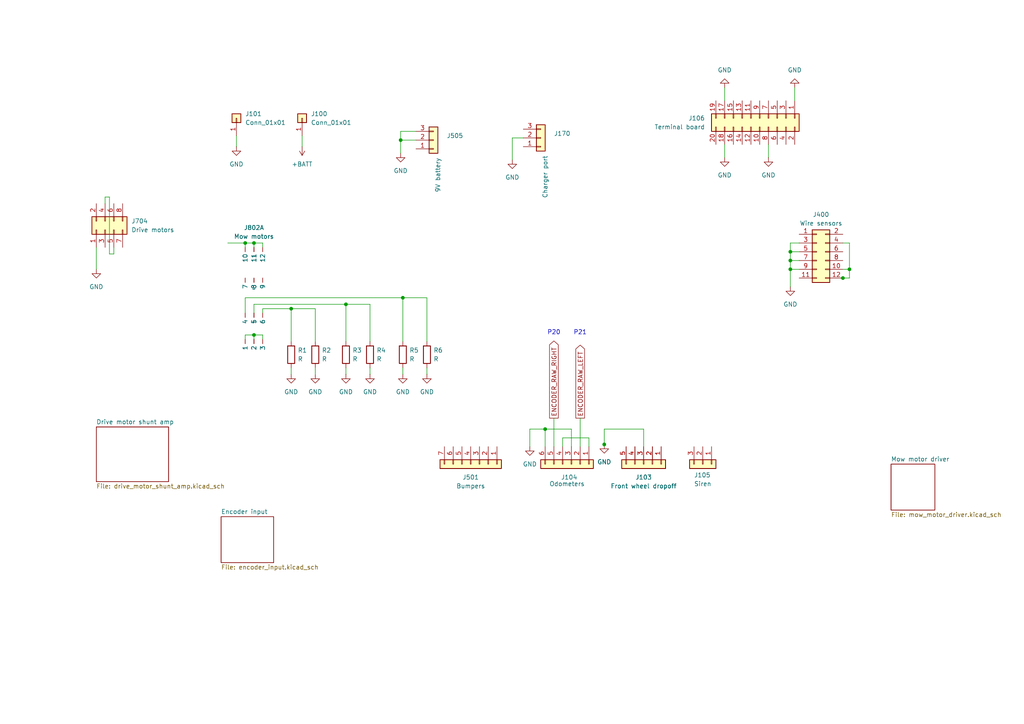
<source format=kicad_sch>
(kicad_sch (version 20231120) (generator "eeschema") (generator_version "8.0")
  (paper "A4")
  (lib_symbols
    (symbol "Connector_Generic:Conn_01x01" (pin_names (offset 1.016) hide)
      (property "Reference" "J" (at 0 2.54 0))
      (property "Value" "Conn_01x01" (at 0 -2.54 0))
      (symbol "Conn_01x01_1_1"
        (rectangle (start -1.27 0.127) (end 0 -0.127) (stroke (width 0.1524)))
        (rectangle (start -1.27 1.27) (end 1.27 -1.27) (stroke (width 0.254)) (fill (type background)))
        (pin passive line (at -5.08 0 0) (length 3.81) (name "Pin_1") (number "1"))
      )
    )
    (symbol "Connector_Generic:Conn_01x03" (pin_names (offset 1.016) hide)
      (property "Reference" "J" (at 0 5.08 0))
      (property "Value" "Conn_01x03" (at 0 -5.08 0))
      (symbol "Conn_01x03_1_1"
        (rectangle (start -1.27 -2.413) (end 0 -2.667) (stroke (width 0.1524)))
        (rectangle (start -1.27 0.127) (end 0 -0.127) (stroke (width 0.1524)))
        (rectangle (start -1.27 2.667) (end 0 2.413) (stroke (width 0.1524)))
        (rectangle (start -1.27 3.81) (end 1.27 -3.81) (stroke (width 0.254)) (fill (type background)))
        (pin passive line (at -5.08 2.54 0) (length 3.81) (name "Pin_1") (number "1"))
        (pin passive line (at -5.08 0 0) (length 3.81) (name "Pin_2") (number "2"))
        (pin passive line (at -5.08 -2.54 0) (length 3.81) (name "Pin_3") (number "3"))
      )
    )
    (symbol "Connector_Generic:Conn_01x05" (pin_names (offset 1.016) hide)
      (property "Reference" "J" (at 0 7.62 0))
      (property "Value" "Conn_01x05" (at 0 -7.62 0))
      (symbol "Conn_01x05_1_1"
        (rectangle (start -1.27 -4.953) (end 0 -5.207) (stroke (width 0.1524)))
        (rectangle (start -1.27 -2.413) (end 0 -2.667) (stroke (width 0.1524)))
        (rectangle (start -1.27 0.127) (end 0 -0.127) (stroke (width 0.1524)))
        (rectangle (start -1.27 2.667) (end 0 2.413) (stroke (width 0.1524)))
        (rectangle (start -1.27 5.207) (end 0 4.953) (stroke (width 0.1524)))
        (rectangle (start -1.27 6.35) (end 1.27 -6.35) (stroke (width 0.254)) (fill (type background)))
        (pin passive line (at -5.08 5.08 0) (length 3.81) (name "Pin_1") (number "1"))
        (pin passive line (at -5.08 2.54 0) (length 3.81) (name "Pin_2") (number "2"))
        (pin passive line (at -5.08 0 0) (length 3.81) (name "Pin_3") (number "3"))
        (pin passive line (at -5.08 -2.54 0) (length 3.81) (name "Pin_4") (number "4"))
        (pin passive line (at -5.08 -5.08 0) (length 3.81) (name "Pin_5") (number "5"))
      )
    )
    (symbol "Connector_Generic:Conn_01x06" (pin_names (offset 1.016) hide)
      (property "Reference" "J" (at 0 7.62 0))
      (property "Value" "Conn_01x06" (at 0 -10.16 0))
      (symbol "Conn_01x06_1_1"
        (rectangle (start -1.27 -7.493) (end 0 -7.747) (stroke (width 0.1524)))
        (rectangle (start -1.27 -4.953) (end 0 -5.207) (stroke (width 0.1524)))
        (rectangle (start -1.27 -2.413) (end 0 -2.667) (stroke (width 0.1524)))
        (rectangle (start -1.27 0.127) (end 0 -0.127) (stroke (width 0.1524)))
        (rectangle (start -1.27 2.667) (end 0 2.413) (stroke (width 0.1524)))
        (rectangle (start -1.27 5.207) (end 0 4.953) (stroke (width 0.1524)))
        (rectangle (start -1.27 6.35) (end 1.27 -8.89) (stroke (width 0.254)) (fill (type background)))
        (pin passive line (at -5.08 5.08 0) (length 3.81) (name "Pin_1") (number "1"))
        (pin passive line (at -5.08 2.54 0) (length 3.81) (name "Pin_2") (number "2"))
        (pin passive line (at -5.08 0 0) (length 3.81) (name "Pin_3") (number "3"))
        (pin passive line (at -5.08 -2.54 0) (length 3.81) (name "Pin_4") (number "4"))
        (pin passive line (at -5.08 -5.08 0) (length 3.81) (name "Pin_5") (number "5"))
        (pin passive line (at -5.08 -7.62 0) (length 3.81) (name "Pin_6") (number "6"))
      )
    )
    (symbol "Connector_Generic:Conn_01x07" (pin_names (offset 1.016) hide)
      (property "Reference" "J" (at 0 10.16 0))
      (property "Value" "Conn_01x07" (at 0 -10.16 0))
      (symbol "Conn_01x07_1_1"
        (rectangle (start -1.27 -7.493) (end 0 -7.747) (stroke (width 0.1524)))
        (rectangle (start -1.27 -4.953) (end 0 -5.207) (stroke (width 0.1524)))
        (rectangle (start -1.27 -2.413) (end 0 -2.667) (stroke (width 0.1524)))
        (rectangle (start -1.27 0.127) (end 0 -0.127) (stroke (width 0.1524)))
        (rectangle (start -1.27 2.667) (end 0 2.413) (stroke (width 0.1524)))
        (rectangle (start -1.27 5.207) (end 0 4.953) (stroke (width 0.1524)))
        (rectangle (start -1.27 7.747) (end 0 7.493) (stroke (width 0.1524)))
        (rectangle (start -1.27 8.89) (end 1.27 -8.89) (stroke (width 0.254)) (fill (type background)))
        (pin passive line (at -5.08 7.62 0) (length 3.81) (name "Pin_1") (number "1"))
        (pin passive line (at -5.08 5.08 0) (length 3.81) (name "Pin_2") (number "2"))
        (pin passive line (at -5.08 2.54 0) (length 3.81) (name "Pin_3") (number "3"))
        (pin passive line (at -5.08 0 0) (length 3.81) (name "Pin_4") (number "4"))
        (pin passive line (at -5.08 -2.54 0) (length 3.81) (name "Pin_5") (number "5"))
        (pin passive line (at -5.08 -5.08 0) (length 3.81) (name "Pin_6") (number "6"))
        (pin passive line (at -5.08 -7.62 0) (length 3.81) (name "Pin_7") (number "7"))
      )
    )
    (symbol "Connector_Generic:Conn_02x04_Odd_Even" (pin_names (offset 1.016) hide)
      (property "Reference" "J" (at 1.27 5.08 0))
      (property "Value" "Conn_02x04_Odd_Even" (at 1.27 -7.62 0))
      (symbol "Conn_02x04_Odd_Even_1_1"
        (rectangle (start -1.27 -4.953) (end 0 -5.207) (stroke (width 0.1524)))
        (rectangle (start -1.27 -2.413) (end 0 -2.667) (stroke (width 0.1524)))
        (rectangle (start -1.27 0.127) (end 0 -0.127) (stroke (width 0.1524)))
        (rectangle (start -1.27 2.667) (end 0 2.413) (stroke (width 0.1524)))
        (rectangle (start -1.27 3.81) (end 3.81 -6.35) (stroke (width 0.254)) (fill (type background)))
        (rectangle (start 3.81 -4.953) (end 2.54 -5.207) (stroke (width 0.1524)))
        (rectangle (start 3.81 -2.413) (end 2.54 -2.667) (stroke (width 0.1524)))
        (rectangle (start 3.81 0.127) (end 2.54 -0.127) (stroke (width 0.1524)))
        (rectangle (start 3.81 2.667) (end 2.54 2.413) (stroke (width 0.1524)))
        (pin passive line (at -5.08 2.54 0) (length 3.81) (name "Pin_1") (number "1"))
        (pin passive line (at 7.62 2.54 180) (length 3.81) (name "Pin_2") (number "2"))
        (pin passive line (at -5.08 0 0) (length 3.81) (name "Pin_3") (number "3"))
        (pin passive line (at 7.62 0 180) (length 3.81) (name "Pin_4") (number "4"))
        (pin passive line (at -5.08 -2.54 0) (length 3.81) (name "Pin_5") (number "5"))
        (pin passive line (at 7.62 -2.54 180) (length 3.81) (name "Pin_6") (number "6"))
        (pin passive line (at -5.08 -5.08 0) (length 3.81) (name "Pin_7") (number "7"))
        (pin passive line (at 7.62 -5.08 180) (length 3.81) (name "Pin_8") (number "8"))
      )
    )
    (symbol "Connector_Generic:Conn_02x06_Odd_Even" (pin_names (offset 1.016) hide)
      (property "Reference" "J" (at 1.27 7.62 0))
      (property "Value" "Conn_02x06_Odd_Even" (at 1.27 -10.16 0))
      (symbol "Conn_02x06_Odd_Even_1_1"
        (rectangle (start -1.27 -7.493) (end 0 -7.747) (stroke (width 0.1524)))
        (rectangle (start -1.27 -4.953) (end 0 -5.207) (stroke (width 0.1524)))
        (rectangle (start -1.27 -2.413) (end 0 -2.667) (stroke (width 0.1524)))
        (rectangle (start -1.27 0.127) (end 0 -0.127) (stroke (width 0.1524)))
        (rectangle (start -1.27 2.667) (end 0 2.413) (stroke (width 0.1524)))
        (rectangle (start -1.27 5.207) (end 0 4.953) (stroke (width 0.1524)))
        (rectangle (start -1.27 6.35) (end 3.81 -8.89) (stroke (width 0.254)) (fill (type background)))
        (rectangle (start 3.81 -7.493) (end 2.54 -7.747) (stroke (width 0.1524)))
        (rectangle (start 3.81 -4.953) (end 2.54 -5.207) (stroke (width 0.1524)))
        (rectangle (start 3.81 -2.413) (end 2.54 -2.667) (stroke (width 0.1524)))
        (rectangle (start 3.81 0.127) (end 2.54 -0.127) (stroke (width 0.1524)))
        (rectangle (start 3.81 2.667) (end 2.54 2.413) (stroke (width 0.1524)))
        (rectangle (start 3.81 5.207) (end 2.54 4.953) (stroke (width 0.1524)))
        (pin passive line (at -5.08 5.08 0) (length 3.81) (name "Pin_1") (number "1"))
        (pin passive line (at 7.62 -5.08 180) (length 3.81) (name "Pin_10") (number "10"))
        (pin passive line (at -5.08 -7.62 0) (length 3.81) (name "Pin_11") (number "11"))
        (pin passive line (at 7.62 -7.62 180) (length 3.81) (name "Pin_12") (number "12"))
        (pin passive line (at 7.62 5.08 180) (length 3.81) (name "Pin_2") (number "2"))
        (pin passive line (at -5.08 2.54 0) (length 3.81) (name "Pin_3") (number "3"))
        (pin passive line (at 7.62 2.54 180) (length 3.81) (name "Pin_4") (number "4"))
        (pin passive line (at -5.08 0 0) (length 3.81) (name "Pin_5") (number "5"))
        (pin passive line (at 7.62 0 180) (length 3.81) (name "Pin_6") (number "6"))
        (pin passive line (at -5.08 -2.54 0) (length 3.81) (name "Pin_7") (number "7"))
        (pin passive line (at 7.62 -2.54 180) (length 3.81) (name "Pin_8") (number "8"))
        (pin passive line (at -5.08 -5.08 0) (length 3.81) (name "Pin_9") (number "9"))
      )
    )
    (symbol "Connector_Generic:Conn_02x10_Odd_Even" (pin_names (offset 1.016) hide)
      (property "Reference" "J" (at 1.27 12.7 0))
      (property "Value" "Conn_02x10_Odd_Even" (at 1.27 -15.24 0))
      (symbol "Conn_02x10_Odd_Even_1_1"
        (rectangle (start -1.27 -12.573) (end 0 -12.827) (stroke (width 0.1524)))
        (rectangle (start -1.27 -10.033) (end 0 -10.287) (stroke (width 0.1524)))
        (rectangle (start -1.27 -7.493) (end 0 -7.747) (stroke (width 0.1524)))
        (rectangle (start -1.27 -4.953) (end 0 -5.207) (stroke (width 0.1524)))
        (rectangle (start -1.27 -2.413) (end 0 -2.667) (stroke (width 0.1524)))
        (rectangle (start -1.27 0.127) (end 0 -0.127) (stroke (width 0.1524)))
        (rectangle (start -1.27 2.667) (end 0 2.413) (stroke (width 0.1524)))
        (rectangle (start -1.27 5.207) (end 0 4.953) (stroke (width 0.1524)))
        (rectangle (start -1.27 7.747) (end 0 7.493) (stroke (width 0.1524)))
        (rectangle (start -1.27 10.287) (end 0 10.033) (stroke (width 0.1524)))
        (rectangle (start -1.27 11.43) (end 3.81 -13.97) (stroke (width 0.254)) (fill (type background)))
        (rectangle (start 3.81 -12.573) (end 2.54 -12.827) (stroke (width 0.1524)))
        (rectangle (start 3.81 -10.033) (end 2.54 -10.287) (stroke (width 0.1524)))
        (rectangle (start 3.81 -7.493) (end 2.54 -7.747) (stroke (width 0.1524)))
        (rectangle (start 3.81 -4.953) (end 2.54 -5.207) (stroke (width 0.1524)))
        (rectangle (start 3.81 -2.413) (end 2.54 -2.667) (stroke (width 0.1524)))
        (rectangle (start 3.81 0.127) (end 2.54 -0.127) (stroke (width 0.1524)))
        (rectangle (start 3.81 2.667) (end 2.54 2.413) (stroke (width 0.1524)))
        (rectangle (start 3.81 5.207) (end 2.54 4.953) (stroke (width 0.1524)))
        (rectangle (start 3.81 7.747) (end 2.54 7.493) (stroke (width 0.1524)))
        (rectangle (start 3.81 10.287) (end 2.54 10.033) (stroke (width 0.1524)))
        (pin passive line (at -5.08 10.16 0) (length 3.81) (name "Pin_1") (number "1"))
        (pin passive line (at 7.62 0 180) (length 3.81) (name "Pin_10") (number "10"))
        (pin passive line (at -5.08 -2.54 0) (length 3.81) (name "Pin_11") (number "11"))
        (pin passive line (at 7.62 -2.54 180) (length 3.81) (name "Pin_12") (number "12"))
        (pin passive line (at -5.08 -5.08 0) (length 3.81) (name "Pin_13") (number "13"))
        (pin passive line (at 7.62 -5.08 180) (length 3.81) (name "Pin_14") (number "14"))
        (pin passive line (at -5.08 -7.62 0) (length 3.81) (name "Pin_15") (number "15"))
        (pin passive line (at 7.62 -7.62 180) (length 3.81) (name "Pin_16") (number "16"))
        (pin passive line (at -5.08 -10.16 0) (length 3.81) (name "Pin_17") (number "17"))
        (pin passive line (at 7.62 -10.16 180) (length 3.81) (name "Pin_18") (number "18"))
        (pin passive line (at -5.08 -12.7 0) (length 3.81) (name "Pin_19") (number "19"))
        (pin passive line (at 7.62 10.16 180) (length 3.81) (name "Pin_2") (number "2"))
        (pin passive line (at 7.62 -12.7 180) (length 3.81) (name "Pin_20") (number "20"))
        (pin passive line (at -5.08 7.62 0) (length 3.81) (name "Pin_3") (number "3"))
        (pin passive line (at 7.62 7.62 180) (length 3.81) (name "Pin_4") (number "4"))
        (pin passive line (at -5.08 5.08 0) (length 3.81) (name "Pin_5") (number "5"))
        (pin passive line (at 7.62 5.08 180) (length 3.81) (name "Pin_6") (number "6"))
        (pin passive line (at -5.08 2.54 0) (length 3.81) (name "Pin_7") (number "7"))
        (pin passive line (at 7.62 2.54 180) (length 3.81) (name "Pin_8") (number "8"))
        (pin passive line (at -5.08 0 0) (length 3.81) (name "Pin_9") (number "9"))
      )
    )
    (symbol "Device:R" (pin_numbers hide) (pin_names (offset 0))
      (property "Reference" "R" (at 2.032 0 90))
      (property "Value" "R" (at 0 0 90))
      (symbol "R_0_1"
        (rectangle (start -1.016 -2.54) (end 1.016 2.54) (stroke (width 0.254)))
      )
      (symbol "R_1_1"
        (pin passive line (at 0 3.81 270) (length 1.27) (name "~") (number "1"))
        (pin passive line (at 0 -3.81 90) (length 1.27) (name "~") (number "2"))
      )
    )
    (symbol "martonmiklos:CONN_03x04"
      (property "Reference" "U" (at 0 0 0))
      (symbol "CONN_03x04_1_1"
        (pin bidirectional line (at -2.54 -1.27 90) (length 1.27) (name "1") (number ""))
        (pin bidirectional line (at 0 -1.27 90) (length 1.27) (name "2") (number ""))
        (pin bidirectional line (at 2.54 -1.27 90) (length 1.27) (name "3") (number ""))
      )
      (symbol "CONN_03x04_2_1"
        (pin bidirectional line (at -2.54 -1.27 90) (length 1.27) (name "4") (number ""))
        (pin bidirectional line (at 0 -1.27 90) (length 1.27) (name "5") (number ""))
        (pin bidirectional line (at 2.54 -1.27 90) (length 1.27) (name "6") (number ""))
      )
      (symbol "CONN_03x04_3_1"
        (pin bidirectional line (at -2.54 -1.27 90) (length 1.27) (name "7") (number ""))
        (pin bidirectional line (at 0 -1.27 90) (length 1.27) (name "8") (number ""))
        (pin bidirectional line (at 2.54 -1.27 90) (length 1.27) (name "9") (number ""))
      )
      (symbol "CONN_03x04_4_1"
        (pin bidirectional line (at -2.54 -1.27 90) (length 1.27) (name "10") (number ""))
        (pin bidirectional line (at 0 -1.27 90) (length 1.27) (name "11") (number ""))
        (pin bidirectional line (at 2.54 -1.27 90) (length 1.27) (name "12") (number ""))
      )
    )
    (symbol "power:+BATT" (power) (pin_numbers hide) (pin_names (offset 0) hide)
      (property "Value" "+BATT" (at 0 3.556 0))
      (symbol "+BATT_0_1"
        (polyline (pts (xy -0.762 1.27) (xy 0 2.54)))
        (polyline (pts (xy 0 0) (xy 0 2.54)))
        (polyline (pts (xy 0 2.54) (xy 0.762 1.27)))
      )
      (symbol "+BATT_1_1"
        (pin power_in line (at 0 0 90) (length 0) (name "~") (number "1"))
      )
    )
    (symbol "power:GND" (power) (pin_numbers hide) (pin_names (offset 0) hide)
      (property "Value" "GND" (at 0 -3.81 0))
      (symbol "GND_0_1"
        (polyline (pts (xy 0 0) (xy 0 -1.27) (xy 1.27 -1.27) (xy 0 -2.54) (xy -1.27 -1.27) (xy 0 -1.27)))
      )
      (symbol "GND_1_1"
        (pin power_in line (at 0 0 270) (length 0) (name "~") (number "1"))
      )
    )
  )
  (junction (at 229.235 75.565))
  (junction (at 175.26 128.905))
  (junction (at 244.475 80.645))
  (junction (at 116.84 86.36))
  (junction (at 229.235 78.105))
  (junction (at 71.12 70.485))
  (junction (at 229.235 73.025))
  (junction (at 73.66 70.485))
  (junction (at 100.33 88.265))
  (junction (at 84.455 89.535))
  (junction (at 246.38 78.105))
  (junction (at 158.115 124.46))
  (junction (at 116.205 40.64))
  (junction (at 73.66 97.155))
  (wire (pts (xy 229.235 73.025) (xy 229.235 70.485)))
  (wire (pts (xy 71.12 86.36) (xy 116.84 86.36)))
  (wire (pts (xy 73.66 70.485) (xy 73.66 71.755)))
  (wire (pts (xy 116.84 106.68) (xy 116.84 108.585)))
  (wire (pts (xy 151.765 40.005) (xy 148.59 40.005)))
  (wire (pts (xy 73.66 97.155) (xy 73.66 98.425)))
  (wire (pts (xy 66.04 70.485) (xy 71.12 70.485)))
  (wire (pts (xy 186.69 124.46) (xy 175.26 124.46)))
  (wire (pts (xy 168.275 121.285) (xy 168.275 129.54)))
  (wire (pts (xy 175.26 124.46) (xy 175.26 128.905)))
  (wire (pts (xy 158.115 124.46) (xy 153.67 124.46)))
  (wire (pts (xy 76.2 90.805) (xy 76.2 89.535)))
  (wire (pts (xy 222.885 41.91) (xy 222.885 45.72)))
  (wire (pts (xy 73.66 97.155) (xy 76.2 97.155)))
  (wire (pts (xy 84.455 89.535) (xy 84.455 99.06)))
  (wire (pts (xy 230.505 25.4) (xy 230.505 29.21)))
  (wire (pts (xy 87.63 42.545) (xy 87.63 39.37)))
  (wire (pts (xy 165.735 129.54) (xy 165.735 124.46)))
  (wire (pts (xy 229.235 73.025) (xy 231.775 73.025)))
  (wire (pts (xy 244.475 70.485) (xy 246.38 70.485)))
  (wire (pts (xy 123.825 106.68) (xy 123.825 108.585)))
  (wire (pts (xy 76.2 97.155) (xy 76.2 98.425)))
  (wire (pts (xy 116.205 40.64) (xy 116.205 44.45)))
  (wire (pts (xy 91.44 89.535) (xy 84.455 89.535)))
  (wire (pts (xy 31.75 57.15) (xy 31.75 73.66)))
  (wire (pts (xy 210.185 45.72) (xy 210.185 41.91)))
  (wire (pts (xy 71.12 70.485) (xy 73.66 70.485)))
  (wire (pts (xy 210.185 25.4) (xy 210.185 29.21)))
  (wire (pts (xy 170.815 127) (xy 163.195 127)))
  (wire (pts (xy 186.69 129.54) (xy 186.69 124.46)))
  (wire (pts (xy 246.38 78.105) (xy 246.38 80.645)))
  (wire (pts (xy 30.48 57.15) (xy 31.75 57.15)))
  (wire (pts (xy 73.66 88.265) (xy 100.33 88.265)))
  (wire (pts (xy 107.315 99.06) (xy 107.315 88.265)))
  (wire (pts (xy 123.825 99.06) (xy 123.825 86.36)))
  (wire (pts (xy 170.815 129.54) (xy 170.815 127)))
  (wire (pts (xy 91.44 106.68) (xy 91.44 108.585)))
  (wire (pts (xy 153.67 124.46) (xy 153.67 129.54)))
  (wire (pts (xy 120.65 38.1) (xy 116.205 38.1)))
  (wire (pts (xy 116.84 86.36) (xy 123.825 86.36)))
  (wire (pts (xy 100.33 106.68) (xy 100.33 108.585)))
  (wire (pts (xy 107.315 106.68) (xy 107.315 108.585)))
  (wire (pts (xy 158.115 129.54) (xy 158.115 124.46)))
  (wire (pts (xy 68.58 42.545) (xy 68.58 39.37)))
  (wire (pts (xy 71.12 70.485) (xy 71.12 71.755)))
  (wire (pts (xy 229.235 78.105) (xy 229.235 83.185)))
  (wire (pts (xy 246.38 80.645) (xy 244.475 80.645)))
  (wire (pts (xy 76.2 71.755) (xy 76.2 70.485)))
  (wire (pts (xy 73.66 90.805) (xy 73.66 88.265)))
  (wire (pts (xy 148.59 40.005) (xy 148.59 46.355)))
  (wire (pts (xy 27.94 71.755) (xy 27.94 78.105)))
  (wire (pts (xy 229.235 70.485) (xy 231.775 70.485)))
  (wire (pts (xy 231.775 78.105) (xy 229.235 78.105)))
  (wire (pts (xy 107.315 88.265) (xy 100.33 88.265)))
  (wire (pts (xy 100.33 88.265) (xy 100.33 99.06)))
  (wire (pts (xy 30.48 59.055) (xy 30.48 57.15)))
  (wire (pts (xy 91.44 99.06) (xy 91.44 89.535)))
  (wire (pts (xy 71.12 98.425) (xy 71.12 97.155)))
  (wire (pts (xy 229.235 75.565) (xy 231.775 75.565)))
  (wire (pts (xy 175.26 128.905) (xy 175.26 129.54)))
  (wire (pts (xy 71.12 97.155) (xy 73.66 97.155)))
  (wire (pts (xy 244.475 80.645) (xy 243.84 80.645)))
  (wire (pts (xy 244.475 78.105) (xy 246.38 78.105)))
  (wire (pts (xy 73.66 70.485) (xy 76.2 70.485)))
  (wire (pts (xy 31.75 73.66) (xy 33.02 73.66)))
  (wire (pts (xy 116.205 38.1) (xy 116.205 40.64)))
  (wire (pts (xy 160.655 121.285) (xy 160.655 129.54)))
  (wire (pts (xy 163.195 127) (xy 163.195 129.54)))
  (wire (pts (xy 71.12 86.36) (xy 71.12 90.805)))
  (wire (pts (xy 120.65 40.64) (xy 116.205 40.64)))
  (wire (pts (xy 33.02 73.66) (xy 33.02 71.755)))
  (wire (pts (xy 165.735 124.46) (xy 158.115 124.46)))
  (wire (pts (xy 246.38 70.485) (xy 246.38 78.105)))
  (wire (pts (xy 76.2 89.535) (xy 84.455 89.535)))
  (wire (pts (xy 84.455 106.68) (xy 84.455 108.585)))
  (wire (pts (xy 229.235 78.105) (xy 229.235 75.565)))
  (wire (pts (xy 229.235 75.565) (xy 229.235 73.025)))
  (wire (pts (xy 116.84 99.06) (xy 116.84 86.36)))
  (text "P20" (at 160.655 96.52 0) (effects (font (size 1.27 1.27))))
  (text "P21" (at 168.275 96.52 0) (effects (font (size 1.27 1.27))))
  (global_label "ENCODER_RAW_LEFT" (shape output) (at 168.275 121.285 90) (property "Intersheetrefs" "${INTERSHEET_REFS}" (effects (hide yes))))
  (global_label "ENCODER_RAW_RIGHT" (shape output) (at 160.655 121.285 90) (property "Intersheetrefs" "${INTERSHEET_REFS}" (effects (hide yes))))
  (symbol (lib_id "power:GND") (at 91.44 108.585 0) (unit 1)
    (property "Reference" "#PWR5" (effects (hide yes)))
    (property "Value" "GND" (at 91.44 113.665 0))
    (property "Description" "Power symbol creates a global label with name \"GND\" , ground" (effects (hide yes)))
  )
  (symbol (lib_id "Connector_Generic:Conn_01x06") (at 165.735 134.62 270) (unit 1)
    (property "Reference" "J104" (at 165.1 138.43 90))
    (property "Value" "Odometers" (at 164.465 140.335 90))
    (property "Description" "Generic connector, single row, 01x06, script generated (kicad-library-utils/schlib/autogen/connector/)" (effects (hide yes)))
  )
  (symbol (lib_id "Connector_Generic:Conn_01x07") (at 136.525 134.62 270) (unit 1)
    (property "Reference" "J501" (at 136.525 138.43 90))
    (property "Value" "Bumpers" (at 136.525 140.97 90))
    (property "Description" "Generic connector, single row, 01x07, script generated (kicad-library-utils/schlib/autogen/connector/)" (effects (hide yes)))
  )
  (symbol (lib_id "Connector_Generic:Conn_01x01") (at 68.58 34.29 90) (unit 1)
    (property "Reference" "J101" (at 71.12 33.0199 90) (effects (justify right)))
    (property "Value" "Conn_01x01" (at 71.12 35.5599 90) (effects (justify right)))
    (property "Description" "Generic connector, single row, 01x01, script generated (kicad-library-utils/schlib/autogen/connector/)" (effects (hide yes)))
  )
  (symbol (lib_id "martonmiklos:CONN_03x04") (at 73.66 81.915 0) (mirror x) (unit 3)
    (property "Reference" "U1" (effects (hide yes)))
    (property "Value" "~" (at 73.66 83.82 0))
  )
  (symbol (lib_id "Connector_Generic:Conn_02x06_Odd_Even") (at 236.855 73.025 0) (unit 1)
    (property "Reference" "J400" (at 238.125 62.23 0))
    (property "Value" "Wire sensors" (at 238.125 64.77 0))
    (property "Description" "Generic connector, double row, 02x06, odd/even pin numbering scheme (row 1 odd numbers, row 2 even numbers), script generated (kicad-library-utils/schlib/autogen/connector/)" (effects (hide yes)))
  )
  (symbol (lib_id "Device:R") (at 116.84 102.87 0) (unit 1)
    (property "Reference" "R5" (at 118.745 101.5999 0) (effects (justify left)))
    (property "Value" "R" (at 118.745 104.1399 0) (effects (justify left)))
    (property "Description" "Resistor" (effects (hide yes)))
  )
  (symbol (lib_id "Connector_Generic:Conn_01x01") (at 87.63 34.29 90) (unit 1)
    (property "Reference" "J100" (at 90.17 33.0199 90) (effects (justify right)))
    (property "Value" "Conn_01x01" (at 90.17 35.5599 90) (effects (justify right)))
    (property "Description" "Generic connector, single row, 01x01, script generated (kicad-library-utils/schlib/autogen/connector/)" (effects (hide yes)))
  )
  (symbol (lib_id "Device:R") (at 123.825 102.87 0) (unit 1)
    (property "Reference" "R6" (at 125.73 101.5999 0) (effects (justify left)))
    (property "Value" "R" (at 125.73 104.1399 0) (effects (justify left)))
    (property "Description" "Resistor" (effects (hide yes)))
  )
  (symbol (lib_id "power:GND") (at 107.315 108.585 0) (unit 1)
    (property "Reference" "#PWR7" (effects (hide yes)))
    (property "Value" "GND" (at 107.315 113.665 0))
    (property "Description" "Power symbol creates a global label with name \"GND\" , ground" (effects (hide yes)))
  )
  (symbol (lib_id "power:GND") (at 229.235 83.185 0) (unit 1)
    (property "Reference" "#PWR3" (effects (hide yes)))
    (property "Value" "GND" (at 229.235 88.265 0))
    (property "Description" "Power symbol creates a global label with name \"GND\" , ground" (effects (hide yes)))
  )
  (symbol (lib_id "power:GND") (at 210.185 25.4 180) (unit 1)
    (property "Reference" "#PWR16" (effects (hide yes)))
    (property "Value" "GND" (at 210.185 20.32 0))
    (property "Description" "Power symbol creates a global label with name \"GND\" , ground" (effects (hide yes)))
  )
  (symbol (lib_id "power:GND") (at 68.58 42.545 0) (unit 1)
    (property "Reference" "#PWR1" (effects (hide yes)))
    (property "Value" "GND" (at 68.58 47.625 0))
    (property "Description" "Power symbol creates a global label with name \"GND\" , ground" (effects (hide yes)))
  )
  (symbol (lib_id "Device:R") (at 107.315 102.87 0) (unit 1)
    (property "Reference" "R4" (at 109.22 101.5999 0) (effects (justify left)))
    (property "Value" "R" (at 109.22 104.1399 0) (effects (justify left)))
    (property "Description" "Resistor" (effects (hide yes)))
  )
  (symbol (lib_id "Connector_Generic:Conn_01x05") (at 186.69 134.62 270) (unit 1)
    (property "Reference" "J103" (at 186.69 138.43 90))
    (property "Value" "Front wheel dropoff" (at 186.69 140.97 90))
    (property "Description" "Generic connector, single row, 01x05, script generated (kicad-library-utils/schlib/autogen/connector/)" (effects (hide yes)))
  )
  (symbol (lib_id "power:GND") (at 210.185 45.72 0) (unit 1)
    (property "Reference" "#PWR15" (effects (hide yes)))
    (property "Value" "GND" (at 210.185 50.8 0))
    (property "Description" "Power symbol creates a global label with name \"GND\" , ground" (effects (hide yes)))
  )
  (symbol (lib_id "Connector_Generic:Conn_01x03") (at 203.835 134.62 270) (unit 1)
    (property "Reference" "J105" (at 201.295 137.795 90) (effects (justify left)))
    (property "Value" "Siren" (at 201.295 140.335 90) (effects (justify left)))
    (property "Description" "Generic connector, single row, 01x03, script generated (kicad-library-utils/schlib/autogen/connector/)" (effects (hide yes)))
  )
  (symbol (lib_id "martonmiklos:CONN_03x04") (at 73.66 73.025 0) (mirror x) (unit 4)
    (property "Reference" "U1" (effects (hide yes)))
    (property "Value" "~" (at 73.66 74.295 0))
  )
  (symbol (lib_id "power:GND") (at 27.94 78.105 0) (unit 1)
    (property "Reference" "#PWR14" (effects (hide yes)))
    (property "Value" "GND" (at 27.94 83.185 0))
    (property "Description" "Power symbol creates a global label with name \"GND\" , ground" (effects (hide yes)))
  )
  (symbol (lib_id "power:GND") (at 148.59 46.355 0) (unit 1)
    (property "Reference" "#PWR11" (effects (hide yes)))
    (property "Value" "GND" (at 148.59 51.435 0))
    (property "Description" "Power symbol creates a global label with name \"GND\" , ground" (effects (hide yes)))
  )
  (symbol (lib_id "power:GND") (at 153.67 129.54 0) (unit 1)
    (property "Reference" "#PWR12" (effects (hide yes)))
    (property "Value" "GND" (at 153.67 134.62 0))
    (property "Description" "Power symbol creates a global label with name \"GND\" , ground" (effects (hide yes)))
  )
  (symbol (lib_id "Connector_Generic:Conn_02x10_Odd_Even") (at 220.345 34.29 270) (unit 1)
    (property "Reference" "J106" (at 204.47 34.2899 90) (effects (justify right)))
    (property "Value" "Terminal board" (at 204.47 36.8299 90) (effects (justify right)))
    (property "Description" "Generic connector, double row, 02x10, odd/even pin numbering scheme (row 1 odd numbers, row 2 even numbers), script generated (kicad-library-utils/schlib/autogen/connector/)" (effects (hide yes)))
  )
  (symbol (lib_id "Connector_Generic:Conn_02x04_Odd_Even") (at 30.48 66.675 90) (unit 1)
    (property "Reference" "J704" (at 38.1 64.135 90) (effects (justify right)))
    (property "Value" "Drive motors" (at 38.1 66.6749 90) (effects (justify right)))
    (property "Description" "Generic connector, double row, 02x04, odd/even pin numbering scheme (row 1 odd numbers, row 2 even numbers), script generated (kicad-library-utils/schlib/autogen/connector/)" (effects (hide yes)))
  )
  (symbol (lib_id "martonmiklos:CONN_03x04") (at 73.66 99.695 0) (mirror x) (unit 1)
    (property "Reference" "J802" (at 73.66 66.04 0))
    (property "Value" "Mow motors" (at 73.66 68.58 0))
  )
  (symbol (lib_id "power:GND") (at 123.825 108.585 0) (unit 1)
    (property "Reference" "#PWR9" (effects (hide yes)))
    (property "Value" "GND" (at 123.825 113.665 0))
    (property "Description" "Power symbol creates a global label with name \"GND\" , ground" (effects (hide yes)))
  )
  (symbol (lib_id "Connector_Generic:Conn_01x03") (at 125.73 40.64 0) (mirror x) (unit 1)
    (property "Reference" "J505" (at 129.54 39.37 0) (effects (justify left)))
    (property "Value" "9V battery" (at 126.9999 45.72 90) (effects (justify left)))
    (property "Description" "Generic connector, single row, 01x03, script generated (kicad-library-utils/schlib/autogen/connector/)" (effects (hide yes)))
  )
  (symbol (lib_id "Connector_Generic:Conn_01x03") (at 156.845 40.005 0) (mirror x) (unit 1)
    (property "Reference" "J170" (at 160.655 38.735 0) (effects (justify left)))
    (property "Value" "Charger port" (at 158.1149 45.085 90) (effects (justify left)))
    (property "Description" "Generic connector, single row, 01x03, script generated (kicad-library-utils/schlib/autogen/connector/)" (effects (hide yes)))
  )
  (symbol (lib_id "power:GND") (at 84.455 108.585 0) (unit 1)
    (property "Reference" "#PWR4" (effects (hide yes)))
    (property "Value" "GND" (at 84.455 113.665 0))
    (property "Description" "Power symbol creates a global label with name \"GND\" , ground" (effects (hide yes)))
  )
  (symbol (lib_id "Device:R") (at 100.33 102.87 0) (unit 1)
    (property "Reference" "R3" (at 102.235 101.5999 0) (effects (justify left)))
    (property "Value" "R" (at 102.235 104.1399 0) (effects (justify left)))
    (property "Description" "Resistor" (effects (hide yes)))
  )
  (symbol (lib_id "power:GND") (at 116.205 44.45 0) (unit 1)
    (property "Reference" "#PWR10" (effects (hide yes)))
    (property "Value" "GND" (at 116.205 49.53 0))
    (property "Description" "Power symbol creates a global label with name \"GND\" , ground" (effects (hide yes)))
  )
  (symbol (lib_id "Device:R") (at 91.44 102.87 0) (unit 1)
    (property "Reference" "R2" (at 93.345 101.5999 0) (effects (justify left)))
    (property "Value" "R" (at 93.345 104.1399 0) (effects (justify left)))
    (property "Description" "Resistor" (effects (hide yes)))
  )
  (symbol (lib_id "power:GND") (at 222.885 45.72 0) (unit 1)
    (property "Reference" "#PWR18" (effects (hide yes)))
    (property "Value" "GND" (at 222.885 50.8 0))
    (property "Description" "Power symbol creates a global label with name \"GND\" , ground" (effects (hide yes)))
  )
  (symbol (lib_id "power:GND") (at 116.84 108.585 0) (unit 1)
    (property "Reference" "#PWR8" (effects (hide yes)))
    (property "Value" "GND" (at 116.84 113.665 0))
    (property "Description" "Power symbol creates a global label with name \"GND\" , ground" (effects (hide yes)))
  )
  (symbol (lib_id "power:GND") (at 175.26 128.905 0) (unit 1)
    (property "Reference" "#PWR13" (effects (hide yes)))
    (property "Value" "GND" (at 175.26 133.985 0))
    (property "Description" "Power symbol creates a global label with name \"GND\" , ground" (effects (hide yes)))
  )
  (symbol (lib_id "martonmiklos:CONN_03x04") (at 73.66 92.075 0) (mirror x) (unit 2)
    (property "Reference" "U1" (effects (hide yes)))
    (property "Value" "~" (at 73.66 93.345 0))
  )
  (symbol (lib_id "power:+BATT") (at 87.63 42.545 180) (unit 1)
    (property "Reference" "#PWR2" (effects (hide yes)))
    (property "Value" "+BATT" (at 87.63 47.625 0))
    (property "Description" "Power symbol creates a global label with name \"+BATT\"" (effects (hide yes)))
  )
  (symbol (lib_id "power:GND") (at 230.505 25.4 180) (unit 1)
    (property "Reference" "#PWR17" (effects (hide yes)))
    (property "Value" "GND" (at 230.505 20.32 0))
    (property "Description" "Power symbol creates a global label with name \"GND\" , ground" (effects (hide yes)))
  )
  (symbol (lib_id "Device:R") (at 84.455 102.87 0) (unit 1)
    (property "Reference" "R1" (at 86.36 101.5999 0) (effects (justify left)))
    (property "Value" "R" (at 86.36 104.1399 0) (effects (justify left)))
    (property "Description" "Resistor" (effects (hide yes)))
  )
  (symbol (lib_id "power:GND") (at 100.33 108.585 0) (unit 1)
    (property "Reference" "#PWR6" (effects (hide yes)))
    (property "Value" "GND" (at 100.33 113.665 0))
    (property "Description" "Power symbol creates a global label with name \"GND\" , ground" (effects (hide yes)))
  )
  (sheet (at 64.135 149.86) (size 15.24 13.335) (stroke (width 0.1524))
    (property "Sheetname" "Encoder input" (at 64.135 149.1484 0) (effects (justify left bottom)))
    (property "Sheetfile" "encoder_input.kicad_sch" (at 64.135 163.7796 0) (effects (justify left top)))
  )
  (sheet (at 258.445 134.62) (size 12.7 13.335) (stroke (width 0.1524))
    (property "Sheetname" "Mow motor driver" (at 258.445 133.9084 0) (effects (justify left bottom)))
    (property "Sheetfile" "mow_motor_driver.kicad_sch" (at 258.445 148.5396 0) (effects (justify left top)))
  )
  (sheet (at 27.94 123.825) (size 20.955 15.875) (stroke (width 0.1524))
    (property "Sheetname" "Drive motor shunt amp" (at 27.94 123.1134 0) (effects (justify left bottom)))
    (property "Sheetfile" "drive_motor_shunt_amp.kicad_sch" (at 27.94 140.2846 0) (effects (justify left top)))
  )
)
</source>
